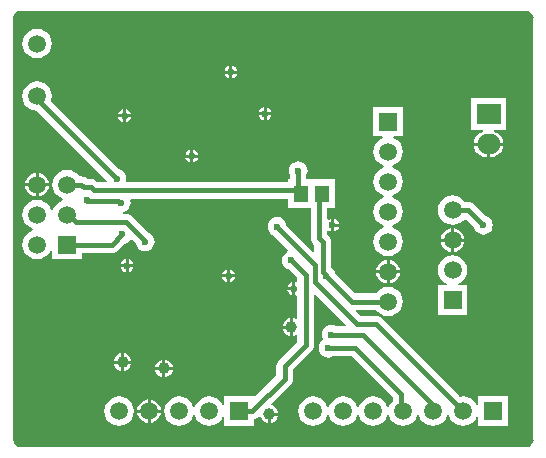
<source format=gbl>
G04*
G04 #@! TF.GenerationSoftware,Altium Limited,Altium Designer,21.0.9 (235)*
G04*
G04 Layer_Physical_Order=2*
G04 Layer_Color=16711680*
%FSLAX25Y25*%
%MOIN*%
G70*
G04*
G04 #@! TF.SameCoordinates,DB600209-2405-4227-A8B2-1458F7EF1284*
G04*
G04*
G04 #@! TF.FilePolarity,Positive*
G04*
G01*
G75*
%ADD13C,0.01575*%
%ADD23R,0.04724X0.05512*%
%ADD39C,0.02362*%
%ADD40C,0.05906*%
%ADD41R,0.05906X0.05906*%
%ADD42R,0.05906X0.05906*%
%ADD43O,0.07874X0.06693*%
%ADD44R,0.07874X0.06693*%
%ADD45C,0.02362*%
%ADD46C,0.03937*%
G36*
X690968Y249338D02*
X691789Y248789D01*
X692338Y247968D01*
X692507Y247118D01*
X692483Y247000D01*
Y106500D01*
X692507Y106382D01*
X692338Y105532D01*
X691789Y104711D01*
X690968Y104163D01*
X690118Y103993D01*
X690000Y104017D01*
X521500D01*
X521382Y103993D01*
X520532Y104163D01*
X519711Y104711D01*
X519163Y105532D01*
X518993Y106382D01*
X519017Y106500D01*
Y247000D01*
X518993Y247118D01*
X519163Y247968D01*
X519711Y248789D01*
X520532Y249338D01*
X521382Y249507D01*
X521500Y249483D01*
X690000D01*
X690118Y249507D01*
X690968Y249338D01*
D02*
G37*
%LPC*%
G36*
X527000Y243464D02*
X525715Y243295D01*
X524518Y242799D01*
X523490Y242010D01*
X522701Y240982D01*
X522205Y239785D01*
X522036Y238500D01*
X522205Y237215D01*
X522701Y236018D01*
X523490Y234990D01*
X524518Y234201D01*
X525715Y233705D01*
X527000Y233536D01*
X528285Y233705D01*
X529482Y234201D01*
X530510Y234990D01*
X531299Y236018D01*
X531795Y237215D01*
X531964Y238500D01*
X531795Y239785D01*
X531299Y240982D01*
X530510Y242010D01*
X529482Y242799D01*
X528285Y243295D01*
X527000Y243464D01*
D02*
G37*
G36*
X592110Y231124D02*
Y229500D01*
X593735D01*
X593665Y229851D01*
X593183Y230573D01*
X592461Y231055D01*
X592110Y231124D01*
D02*
G37*
G36*
X591110D02*
X590759Y231055D01*
X590038Y230573D01*
X589556Y229851D01*
X589486Y229500D01*
X591110D01*
Y231124D01*
D02*
G37*
G36*
X593735Y228500D02*
X592110D01*
Y226876D01*
X592461Y226945D01*
X593183Y227428D01*
X593665Y228149D01*
X593735Y228500D01*
D02*
G37*
G36*
X591110D02*
X589486D01*
X589556Y228149D01*
X590038Y227428D01*
X590759Y226945D01*
X591110Y226876D01*
Y228500D01*
D02*
G37*
G36*
X603500Y217223D02*
Y215598D01*
X605124D01*
X605055Y215950D01*
X604572Y216671D01*
X603851Y217153D01*
X603500Y217223D01*
D02*
G37*
G36*
X602500D02*
X602149Y217153D01*
X601428Y216671D01*
X600946Y215950D01*
X600876Y215598D01*
X602500D01*
Y217223D01*
D02*
G37*
G36*
X556669Y216624D02*
Y215000D01*
X558294D01*
X558224Y215351D01*
X557742Y216073D01*
X557020Y216555D01*
X556669Y216624D01*
D02*
G37*
G36*
X555669D02*
X555318Y216555D01*
X554597Y216073D01*
X554115Y215351D01*
X554045Y215000D01*
X555669D01*
Y216624D01*
D02*
G37*
G36*
X605124Y214598D02*
X603500D01*
Y212974D01*
X603851Y213044D01*
X604572Y213526D01*
X605055Y214247D01*
X605124Y214598D01*
D02*
G37*
G36*
X602500D02*
X600876D01*
X600946Y214247D01*
X601428Y213526D01*
X602149Y213044D01*
X602500Y212974D01*
Y214598D01*
D02*
G37*
G36*
X558294Y214000D02*
X556669D01*
Y212376D01*
X557020Y212445D01*
X557742Y212928D01*
X558224Y213649D01*
X558294Y214000D01*
D02*
G37*
G36*
X555669D02*
X554045D01*
X554115Y213649D01*
X554597Y212928D01*
X555318Y212445D01*
X555669Y212376D01*
Y214000D01*
D02*
G37*
G36*
X683405Y220315D02*
X671594D01*
Y209685D01*
X675556D01*
X675655Y209185D01*
X674718Y208797D01*
X673809Y208100D01*
X673113Y207192D01*
X672675Y206135D01*
X672591Y205500D01*
X682409D01*
X682325Y206135D01*
X681887Y207192D01*
X681190Y208100D01*
X680282Y208797D01*
X679345Y209185D01*
X679444Y209685D01*
X683405D01*
Y220315D01*
D02*
G37*
G36*
X579043Y203124D02*
Y201500D01*
X580668D01*
X580598Y201851D01*
X580116Y202572D01*
X579394Y203054D01*
X579043Y203124D01*
D02*
G37*
G36*
X578043D02*
X577692Y203054D01*
X576971Y202572D01*
X576489Y201851D01*
X576419Y201500D01*
X578043D01*
Y203124D01*
D02*
G37*
G36*
X682409Y204500D02*
X678000D01*
Y200616D01*
X678091D01*
X679225Y200765D01*
X680282Y201203D01*
X681190Y201900D01*
X681887Y202808D01*
X682325Y203865D01*
X682409Y204500D01*
D02*
G37*
G36*
X677000D02*
X672591D01*
X672675Y203865D01*
X673113Y202808D01*
X673809Y201900D01*
X674718Y201203D01*
X675775Y200765D01*
X676909Y200616D01*
X677000D01*
Y204500D01*
D02*
G37*
G36*
X580668Y200500D02*
X579043D01*
Y198876D01*
X579394Y198945D01*
X580116Y199427D01*
X580598Y200149D01*
X580668Y200500D01*
D02*
G37*
G36*
X578043D02*
X576419D01*
X576489Y200149D01*
X576971Y199427D01*
X577692Y198945D01*
X578043Y198876D01*
Y200500D01*
D02*
G37*
G36*
X527000Y225964D02*
X525715Y225795D01*
X524518Y225299D01*
X523490Y224510D01*
X522701Y223482D01*
X522205Y222285D01*
X522036Y221000D01*
X522205Y219715D01*
X522701Y218518D01*
X523490Y217490D01*
X524518Y216701D01*
X525715Y216205D01*
X527000Y216036D01*
X527103Y216050D01*
X531118Y212035D01*
X531118Y212034D01*
X550310Y192843D01*
X550103Y192343D01*
X547022D01*
X546789Y192576D01*
X546213Y193017D01*
X545543Y193295D01*
X544823Y193390D01*
X543840D01*
X543764Y193465D01*
X543189Y193907D01*
X542518Y194185D01*
X541799Y194280D01*
X541070D01*
X540510Y195010D01*
X539482Y195799D01*
X538285Y196295D01*
X537000Y196464D01*
X535715Y196295D01*
X534518Y195799D01*
X533490Y195010D01*
X532701Y193982D01*
X532205Y192785D01*
X532036Y191500D01*
X532205Y190215D01*
X532701Y189018D01*
X533490Y187990D01*
X534518Y187201D01*
X535592Y186757D01*
X535592Y186756D01*
Y186244D01*
X535592Y186243D01*
X534518Y185799D01*
X533490Y185010D01*
X532701Y183982D01*
X532257Y182908D01*
X532256Y182908D01*
X531744D01*
X531743Y182908D01*
X531299Y183982D01*
X530510Y185010D01*
X529482Y185799D01*
X528285Y186295D01*
X527000Y186464D01*
X525715Y186295D01*
X524518Y185799D01*
X523490Y185010D01*
X522701Y183982D01*
X522205Y182785D01*
X522036Y181500D01*
X522205Y180215D01*
X522701Y179018D01*
X523490Y177990D01*
X524518Y177201D01*
X525592Y176757D01*
X525592Y176756D01*
Y176244D01*
X525592Y176243D01*
X524518Y175799D01*
X523490Y175010D01*
X522701Y173982D01*
X522205Y172785D01*
X522036Y171500D01*
X522205Y170215D01*
X522701Y169018D01*
X523490Y167990D01*
X524518Y167201D01*
X525715Y166705D01*
X527000Y166536D01*
X528285Y166705D01*
X529482Y167201D01*
X530510Y167990D01*
X531299Y169018D01*
X531579Y169694D01*
X532079Y169595D01*
Y166579D01*
X541921D01*
Y168720D01*
X551959D01*
X552678Y168815D01*
X553349Y169093D01*
X553925Y169535D01*
X556220Y171830D01*
X556917Y172118D01*
X557575Y172623D01*
X557978Y173149D01*
X558557Y173278D01*
X559897Y171938D01*
X559932Y171678D01*
X560249Y170912D01*
X560754Y170254D01*
X561412Y169749D01*
X562178Y169431D01*
X563000Y169323D01*
X563822Y169431D01*
X564588Y169749D01*
X565246Y170254D01*
X565751Y170912D01*
X566069Y171678D01*
X566177Y172500D01*
X566069Y173322D01*
X565751Y174088D01*
X565246Y174746D01*
X564588Y175251D01*
X564345Y175352D01*
X558732Y180965D01*
X558156Y181407D01*
X557485Y181685D01*
X556766Y181780D01*
X555615D01*
X555582Y182280D01*
X555838Y182313D01*
X556604Y182631D01*
X557262Y183136D01*
X557767Y183793D01*
X558084Y184560D01*
X558192Y185382D01*
X558084Y186204D01*
X558016Y186368D01*
X558294Y186783D01*
X610583D01*
Y183776D01*
X618220D01*
Y173722D01*
X618315Y173002D01*
X618593Y172332D01*
X619034Y171756D01*
X619476Y171315D01*
Y169318D01*
X619014Y169127D01*
X610106Y178035D01*
X610069Y178322D01*
X609751Y179088D01*
X609246Y179746D01*
X608588Y180251D01*
X607822Y180569D01*
X607000Y180677D01*
X606178Y180569D01*
X605412Y180251D01*
X604754Y179746D01*
X604249Y179088D01*
X603932Y178322D01*
X603823Y177500D01*
X603932Y176678D01*
X604249Y175912D01*
X604754Y175254D01*
X605412Y174749D01*
X605614Y174665D01*
X610575Y169704D01*
X610458Y169114D01*
X610169Y168994D01*
X609511Y168489D01*
X609006Y167831D01*
X608688Y167065D01*
X608580Y166243D01*
X608688Y165421D01*
X609006Y164655D01*
X609511Y163997D01*
X610169Y163492D01*
X610866Y163203D01*
X613720Y160349D01*
Y159252D01*
X613220Y158940D01*
X613063Y158971D01*
Y156846D01*
Y154722D01*
X613220Y154753D01*
X613720Y154441D01*
Y146814D01*
X613599Y146754D01*
X613220Y146615D01*
X612550Y146892D01*
X612276Y146928D01*
Y144000D01*
Y141072D01*
X612550Y141108D01*
X613220Y141385D01*
X613599Y141246D01*
X613720Y141186D01*
Y139145D01*
X607633Y133058D01*
X607191Y132482D01*
X606914Y131812D01*
X606819Y131092D01*
Y127947D01*
X599635Y120763D01*
X599252Y120921D01*
Y120921D01*
X589409D01*
Y117905D01*
X588909Y117806D01*
X588629Y118482D01*
X587841Y119510D01*
X586813Y120299D01*
X585615Y120795D01*
X584331Y120964D01*
X583046Y120795D01*
X581849Y120299D01*
X580821Y119510D01*
X580032Y118482D01*
X579587Y117408D01*
X579587Y117408D01*
X579075D01*
X579074Y117408D01*
X578629Y118482D01*
X577841Y119510D01*
X576813Y120299D01*
X575615Y120795D01*
X574331Y120964D01*
X573046Y120795D01*
X571849Y120299D01*
X570821Y119510D01*
X570032Y118482D01*
X569536Y117285D01*
X569367Y116000D01*
X569536Y114715D01*
X570032Y113518D01*
X570821Y112490D01*
X571849Y111701D01*
X573046Y111205D01*
X574331Y111036D01*
X575615Y111205D01*
X576813Y111701D01*
X577841Y112490D01*
X578629Y113518D01*
X579074Y114592D01*
X579075Y114592D01*
X579587D01*
X579587Y114592D01*
X580032Y113518D01*
X580821Y112490D01*
X581849Y111701D01*
X583046Y111205D01*
X584331Y111036D01*
X585615Y111205D01*
X586813Y111701D01*
X587841Y112490D01*
X588629Y113518D01*
X588909Y114194D01*
X589409Y114095D01*
Y111079D01*
X599252D01*
Y113279D01*
X599522Y113315D01*
X600193Y113593D01*
X600769Y114034D01*
X601120Y114385D01*
X601247Y114342D01*
X601614Y114173D01*
X601891Y113503D01*
X602367Y112883D01*
X602987Y112407D01*
X603709Y112108D01*
X603984Y112072D01*
Y115000D01*
X604484D01*
Y115500D01*
X607413D01*
X607376Y115775D01*
X607077Y116497D01*
X606601Y117117D01*
X605981Y117593D01*
X605311Y117870D01*
X605142Y118237D01*
X605099Y118365D01*
X611564Y124830D01*
X612006Y125406D01*
X612283Y126076D01*
X612378Y126795D01*
Y129941D01*
X618466Y136028D01*
X618907Y136604D01*
X619185Y137274D01*
X619280Y137994D01*
Y154636D01*
X619742Y154827D01*
X629827Y144742D01*
X629636Y144280D01*
X626520D01*
X625822Y144569D01*
X625000Y144677D01*
X624178Y144569D01*
X623412Y144251D01*
X622754Y143746D01*
X622249Y143088D01*
X621932Y142322D01*
X621823Y141500D01*
X621932Y140678D01*
X622249Y139912D01*
X622387Y139732D01*
X621754Y139246D01*
X621249Y138588D01*
X620931Y137822D01*
X620823Y137000D01*
X620931Y136178D01*
X621249Y135412D01*
X621754Y134754D01*
X622412Y134249D01*
X623178Y133932D01*
X624000Y133823D01*
X624822Y133932D01*
X625520Y134220D01*
X631849D01*
X645692Y120377D01*
Y119665D01*
X645490Y119510D01*
X644701Y118482D01*
X644257Y117408D01*
X644256Y117408D01*
X643744D01*
X643743Y117408D01*
X643299Y118482D01*
X642510Y119510D01*
X641482Y120299D01*
X640285Y120795D01*
X639000Y120964D01*
X637715Y120795D01*
X636518Y120299D01*
X635490Y119510D01*
X634701Y118482D01*
X634257Y117408D01*
X634256Y117408D01*
X633744D01*
X633743Y117408D01*
X633299Y118482D01*
X632510Y119510D01*
X631482Y120299D01*
X630285Y120795D01*
X629000Y120964D01*
X627715Y120795D01*
X626518Y120299D01*
X625490Y119510D01*
X624701Y118482D01*
X624257Y117408D01*
X624256Y117408D01*
X623744D01*
X623743Y117408D01*
X623299Y118482D01*
X622510Y119510D01*
X621482Y120299D01*
X620285Y120795D01*
X619000Y120964D01*
X617715Y120795D01*
X616518Y120299D01*
X615490Y119510D01*
X614701Y118482D01*
X614205Y117285D01*
X614036Y116000D01*
X614205Y114715D01*
X614701Y113518D01*
X615490Y112490D01*
X616518Y111701D01*
X617715Y111205D01*
X619000Y111036D01*
X620285Y111205D01*
X621482Y111701D01*
X622510Y112490D01*
X623299Y113518D01*
X623743Y114592D01*
X623744Y114592D01*
X624256D01*
X624257Y114592D01*
X624701Y113518D01*
X625490Y112490D01*
X626518Y111701D01*
X627715Y111205D01*
X629000Y111036D01*
X630285Y111205D01*
X631482Y111701D01*
X632510Y112490D01*
X633299Y113518D01*
X633743Y114592D01*
X633744Y114592D01*
X634256D01*
X634257Y114592D01*
X634701Y113518D01*
X635490Y112490D01*
X636518Y111701D01*
X637715Y111205D01*
X639000Y111036D01*
X640285Y111205D01*
X641482Y111701D01*
X642510Y112490D01*
X643299Y113518D01*
X643743Y114592D01*
X643744Y114592D01*
X644256D01*
X644257Y114592D01*
X644701Y113518D01*
X645490Y112490D01*
X646518Y111701D01*
X647715Y111205D01*
X649000Y111036D01*
X650285Y111205D01*
X651482Y111701D01*
X652510Y112490D01*
X653299Y113518D01*
X653743Y114592D01*
X653744Y114592D01*
X654256D01*
X654257Y114592D01*
X654701Y113518D01*
X655490Y112490D01*
X656518Y111701D01*
X657715Y111205D01*
X659000Y111036D01*
X660285Y111205D01*
X661482Y111701D01*
X662510Y112490D01*
X663299Y113518D01*
X663743Y114592D01*
X663744Y114592D01*
X664256D01*
X664257Y114592D01*
X664701Y113518D01*
X665490Y112490D01*
X666518Y111701D01*
X667715Y111205D01*
X669000Y111036D01*
X670285Y111205D01*
X671482Y111701D01*
X672510Y112490D01*
X673299Y113518D01*
X673579Y114194D01*
X674079Y114095D01*
Y111079D01*
X683921D01*
Y120921D01*
X674079D01*
Y117905D01*
X673579Y117806D01*
X673299Y118482D01*
X672510Y119510D01*
X671482Y120299D01*
X670285Y120795D01*
X669000Y120964D01*
X668087Y120844D01*
X641965Y146966D01*
X641390Y147407D01*
X640719Y147685D01*
X640000Y147780D01*
X634651D01*
X633173Y149258D01*
X633364Y149720D01*
X639930D01*
X640490Y148990D01*
X641518Y148201D01*
X642715Y147705D01*
X644000Y147536D01*
X645285Y147705D01*
X646482Y148201D01*
X647510Y148990D01*
X648299Y150018D01*
X648795Y151215D01*
X648964Y152500D01*
X648795Y153785D01*
X648299Y154982D01*
X647510Y156010D01*
X646482Y156799D01*
X645285Y157295D01*
X644000Y157464D01*
X642715Y157295D01*
X641518Y156799D01*
X640490Y156010D01*
X639930Y155280D01*
X633151D01*
X626477Y161954D01*
X626188Y162651D01*
X625683Y163309D01*
X625036Y163806D01*
Y172466D01*
X624941Y173185D01*
X624663Y173856D01*
X624221Y174431D01*
X623780Y174873D01*
Y175883D01*
X624280Y176150D01*
X624586Y175945D01*
X624937Y175876D01*
Y178000D01*
Y180124D01*
X624586Y180054D01*
X624280Y179850D01*
X623780Y180117D01*
Y183776D01*
X626331D01*
Y193224D01*
X616780D01*
Y194579D01*
X617068Y195276D01*
X617177Y196098D01*
X617068Y196921D01*
X616751Y197687D01*
X616246Y198345D01*
X615588Y198850D01*
X614822Y199167D01*
X614000Y199275D01*
X613178Y199167D01*
X612412Y198850D01*
X611754Y198345D01*
X611249Y197687D01*
X610931Y196921D01*
X610823Y196098D01*
X610931Y195276D01*
X611220Y194579D01*
Y193224D01*
X610583D01*
Y192343D01*
X556992D01*
X556674Y192843D01*
X556761Y193500D01*
X556652Y194322D01*
X556335Y195088D01*
X555830Y195746D01*
X555172Y196251D01*
X554475Y196540D01*
X535049Y215966D01*
X535049Y215966D01*
X531650Y219365D01*
X531795Y219715D01*
X531964Y221000D01*
X531795Y222285D01*
X531299Y223482D01*
X530510Y224510D01*
X529482Y225299D01*
X528285Y225795D01*
X527000Y225964D01*
D02*
G37*
G36*
X527500Y195421D02*
Y192000D01*
X530921D01*
X530851Y192532D01*
X530453Y193493D01*
X529819Y194319D01*
X528993Y194953D01*
X528032Y195351D01*
X527500Y195421D01*
D02*
G37*
G36*
X526500D02*
X525968Y195351D01*
X525007Y194953D01*
X524181Y194319D01*
X523547Y193493D01*
X523149Y192532D01*
X523079Y192000D01*
X526500D01*
Y195421D01*
D02*
G37*
G36*
X530921Y191000D02*
X527500D01*
Y187579D01*
X528032Y187649D01*
X528993Y188047D01*
X529819Y188681D01*
X530453Y189507D01*
X530851Y190468D01*
X530921Y191000D01*
D02*
G37*
G36*
X526500D02*
X523079D01*
X523149Y190468D01*
X523547Y189507D01*
X524181Y188681D01*
X525007Y188047D01*
X525968Y187649D01*
X526500Y187579D01*
Y191000D01*
D02*
G37*
G36*
X625937Y180124D02*
Y178500D01*
X627561D01*
X627492Y178851D01*
X627009Y179572D01*
X626288Y180054D01*
X625937Y180124D01*
D02*
G37*
G36*
X627561Y177500D02*
X625937D01*
Y175876D01*
X626288Y175945D01*
X627009Y176427D01*
X627492Y177149D01*
X627561Y177500D01*
D02*
G37*
G36*
X665500Y187964D02*
X664215Y187795D01*
X663018Y187299D01*
X661990Y186510D01*
X661201Y185482D01*
X660705Y184285D01*
X660536Y183000D01*
X660705Y181715D01*
X661201Y180518D01*
X661990Y179490D01*
X663018Y178701D01*
X664215Y178205D01*
X665500Y178036D01*
X666785Y178205D01*
X667982Y178701D01*
X669010Y179490D01*
X669276Y179836D01*
X669939Y179880D01*
X672710Y177109D01*
X672999Y176412D01*
X673504Y175754D01*
X674162Y175249D01*
X674928Y174932D01*
X675750Y174823D01*
X676572Y174932D01*
X677338Y175249D01*
X677996Y175754D01*
X678501Y176412D01*
X678819Y177178D01*
X678927Y178000D01*
X678819Y178822D01*
X678501Y179588D01*
X677996Y180246D01*
X677338Y180751D01*
X676641Y181040D01*
X672716Y184966D01*
X672140Y185407D01*
X671469Y185685D01*
X670750Y185780D01*
X669570D01*
X669010Y186510D01*
X667982Y187299D01*
X666785Y187795D01*
X665500Y187964D01*
D02*
G37*
G36*
X666000Y176921D02*
Y173500D01*
X669421D01*
X669351Y174032D01*
X668953Y174993D01*
X668319Y175819D01*
X667493Y176453D01*
X666532Y176851D01*
X666000Y176921D01*
D02*
G37*
G36*
X665000D02*
X664468Y176851D01*
X663507Y176453D01*
X662681Y175819D01*
X662047Y174993D01*
X661649Y174032D01*
X661579Y173500D01*
X665000D01*
Y176921D01*
D02*
G37*
G36*
X669421Y172500D02*
X666000D01*
Y169079D01*
X666532Y169149D01*
X667493Y169547D01*
X668319Y170181D01*
X668953Y171007D01*
X669351Y171968D01*
X669421Y172500D01*
D02*
G37*
G36*
X665000D02*
X661579D01*
X661649Y171968D01*
X662047Y171007D01*
X662681Y170181D01*
X663507Y169547D01*
X664468Y169149D01*
X665000Y169079D01*
Y172500D01*
D02*
G37*
G36*
X648921Y217421D02*
X639079D01*
Y207579D01*
X642095D01*
X642194Y207079D01*
X641518Y206799D01*
X640490Y206010D01*
X639701Y204982D01*
X639205Y203785D01*
X639036Y202500D01*
X639205Y201215D01*
X639701Y200018D01*
X640490Y198990D01*
X641518Y198201D01*
X642592Y197757D01*
X642592Y197756D01*
Y197244D01*
X642592Y197243D01*
X641518Y196799D01*
X640490Y196010D01*
X639701Y194982D01*
X639205Y193785D01*
X639036Y192500D01*
X639205Y191215D01*
X639701Y190018D01*
X640490Y188990D01*
X641518Y188201D01*
X642592Y187757D01*
X642592Y187756D01*
Y187244D01*
X642592Y187243D01*
X641518Y186799D01*
X640490Y186010D01*
X639701Y184982D01*
X639205Y183785D01*
X639036Y182500D01*
X639205Y181215D01*
X639701Y180018D01*
X640490Y178990D01*
X641518Y178201D01*
X642592Y177757D01*
X642592Y177756D01*
Y177244D01*
X642592Y177243D01*
X641518Y176799D01*
X640490Y176010D01*
X639701Y174982D01*
X639205Y173785D01*
X639036Y172500D01*
X639205Y171215D01*
X639701Y170018D01*
X640490Y168990D01*
X641518Y168201D01*
X642715Y167705D01*
X644000Y167536D01*
X645285Y167705D01*
X646482Y168201D01*
X647510Y168990D01*
X648299Y170018D01*
X648795Y171215D01*
X648964Y172500D01*
X648795Y173785D01*
X648299Y174982D01*
X647510Y176010D01*
X646482Y176799D01*
X645408Y177243D01*
X645408Y177244D01*
Y177756D01*
X645408Y177757D01*
X646482Y178201D01*
X647510Y178990D01*
X648299Y180018D01*
X648795Y181215D01*
X648964Y182500D01*
X648795Y183785D01*
X648299Y184982D01*
X647510Y186010D01*
X646482Y186799D01*
X645408Y187243D01*
X645408Y187244D01*
Y187756D01*
X645408Y187757D01*
X646482Y188201D01*
X647510Y188990D01*
X648299Y190018D01*
X648795Y191215D01*
X648964Y192500D01*
X648795Y193785D01*
X648299Y194982D01*
X647510Y196010D01*
X646482Y196799D01*
X645408Y197243D01*
X645408Y197244D01*
Y197756D01*
X645408Y197757D01*
X646482Y198201D01*
X647510Y198990D01*
X648299Y200018D01*
X648795Y201215D01*
X648964Y202500D01*
X648795Y203785D01*
X648299Y204982D01*
X647510Y206010D01*
X646482Y206799D01*
X645806Y207079D01*
X645905Y207579D01*
X648921D01*
Y217421D01*
D02*
G37*
G36*
X557500Y166624D02*
Y165000D01*
X559124D01*
X559055Y165351D01*
X558572Y166072D01*
X557851Y166555D01*
X557500Y166624D01*
D02*
G37*
G36*
X556500D02*
X556149Y166555D01*
X555428Y166072D01*
X554946Y165351D01*
X554876Y165000D01*
X556500D01*
Y166624D01*
D02*
G37*
G36*
X644500Y166421D02*
Y163000D01*
X647921D01*
X647851Y163532D01*
X647453Y164493D01*
X646819Y165319D01*
X645993Y165953D01*
X645032Y166351D01*
X644500Y166421D01*
D02*
G37*
G36*
X643500D02*
X642968Y166351D01*
X642007Y165953D01*
X641181Y165319D01*
X640547Y164493D01*
X640149Y163532D01*
X640079Y163000D01*
X643500D01*
Y166421D01*
D02*
G37*
G36*
X559124Y164000D02*
X557500D01*
Y162376D01*
X557851Y162445D01*
X558572Y162928D01*
X559055Y163649D01*
X559124Y164000D01*
D02*
G37*
G36*
X556500D02*
X554876D01*
X554946Y163649D01*
X555428Y162928D01*
X556149Y162445D01*
X556500Y162376D01*
Y164000D01*
D02*
G37*
G36*
X591353Y163206D02*
Y161582D01*
X592978D01*
X592908Y161933D01*
X592426Y162654D01*
X591704Y163136D01*
X591353Y163206D01*
D02*
G37*
G36*
X590353D02*
X590002Y163136D01*
X589281Y162654D01*
X588799Y161933D01*
X588729Y161582D01*
X590353D01*
Y163206D01*
D02*
G37*
G36*
X592978Y160582D02*
X591353D01*
Y158957D01*
X591704Y159027D01*
X592426Y159509D01*
X592908Y160231D01*
X592978Y160582D01*
D02*
G37*
G36*
X590353D02*
X588729D01*
X588799Y160231D01*
X589281Y159509D01*
X590002Y159027D01*
X590353Y158957D01*
Y160582D01*
D02*
G37*
G36*
X647921Y162000D02*
X644500D01*
Y158579D01*
X645032Y158649D01*
X645993Y159047D01*
X646819Y159681D01*
X647453Y160507D01*
X647851Y161468D01*
X647921Y162000D01*
D02*
G37*
G36*
X643500D02*
X640079D01*
X640149Y161468D01*
X640547Y160507D01*
X641181Y159681D01*
X642007Y159047D01*
X642968Y158649D01*
X643500Y158579D01*
Y162000D01*
D02*
G37*
G36*
X612063Y158971D02*
X611712Y158901D01*
X610990Y158419D01*
X610508Y157697D01*
X610439Y157346D01*
X612063D01*
Y158971D01*
D02*
G37*
G36*
Y156346D02*
X610439D01*
X610508Y155995D01*
X610990Y155274D01*
X611712Y154792D01*
X612063Y154722D01*
Y156346D01*
D02*
G37*
G36*
X665500Y167964D02*
X664215Y167795D01*
X663018Y167299D01*
X661990Y166510D01*
X661201Y165482D01*
X660705Y164285D01*
X660536Y163000D01*
X660705Y161715D01*
X661201Y160518D01*
X661990Y159490D01*
X663018Y158701D01*
X663694Y158421D01*
X663595Y157921D01*
X660579D01*
Y148079D01*
X670421D01*
Y157921D01*
X667405D01*
X667306Y158421D01*
X667982Y158701D01*
X669010Y159490D01*
X669799Y160518D01*
X670295Y161715D01*
X670464Y163000D01*
X670295Y164285D01*
X669799Y165482D01*
X669010Y166510D01*
X667982Y167299D01*
X666785Y167795D01*
X665500Y167964D01*
D02*
G37*
G36*
X611276Y146928D02*
X611001Y146892D01*
X610279Y146593D01*
X609658Y146117D01*
X609183Y145497D01*
X608883Y144775D01*
X608847Y144500D01*
X611276D01*
Y146928D01*
D02*
G37*
G36*
Y143500D02*
X608847D01*
X608883Y143225D01*
X609183Y142503D01*
X609658Y141883D01*
X610279Y141407D01*
X611001Y141108D01*
X611276Y141072D01*
Y143500D01*
D02*
G37*
G36*
X556000Y135261D02*
Y132832D01*
X558428D01*
X558392Y133107D01*
X558093Y133829D01*
X557617Y134450D01*
X556997Y134925D01*
X556275Y135224D01*
X556000Y135261D01*
D02*
G37*
G36*
X555000D02*
X554725Y135224D01*
X554003Y134925D01*
X553383Y134450D01*
X552907Y133829D01*
X552608Y133107D01*
X552572Y132832D01*
X555000D01*
Y135261D01*
D02*
G37*
G36*
X569810Y133118D02*
Y130690D01*
X572238D01*
X572202Y130965D01*
X571903Y131687D01*
X571427Y132307D01*
X570807Y132783D01*
X570085Y133082D01*
X569810Y133118D01*
D02*
G37*
G36*
X568810D02*
X568535Y133082D01*
X567813Y132783D01*
X567193Y132307D01*
X566717Y131687D01*
X566418Y130965D01*
X566382Y130690D01*
X568810D01*
Y133118D01*
D02*
G37*
G36*
X558428Y131832D02*
X556000D01*
Y129404D01*
X556275Y129440D01*
X556997Y129739D01*
X557617Y130215D01*
X558093Y130835D01*
X558392Y131557D01*
X558428Y131832D01*
D02*
G37*
G36*
X555000D02*
X552572D01*
X552608Y131557D01*
X552907Y130835D01*
X553383Y130215D01*
X554003Y129739D01*
X554725Y129440D01*
X555000Y129404D01*
Y131832D01*
D02*
G37*
G36*
X572238Y129690D02*
X569810D01*
Y127262D01*
X570085Y127298D01*
X570807Y127597D01*
X571427Y128073D01*
X571903Y128693D01*
X572202Y129415D01*
X572238Y129690D01*
D02*
G37*
G36*
X568810D02*
X566382D01*
X566418Y129415D01*
X566717Y128693D01*
X567193Y128073D01*
X567813Y127597D01*
X568535Y127298D01*
X568810Y127262D01*
Y129690D01*
D02*
G37*
G36*
X564831Y119921D02*
Y116500D01*
X568252D01*
X568182Y117032D01*
X567783Y117993D01*
X567150Y118819D01*
X566324Y119453D01*
X565363Y119851D01*
X564831Y119921D01*
D02*
G37*
G36*
X563831D02*
X563299Y119851D01*
X562337Y119453D01*
X561512Y118819D01*
X560878Y117993D01*
X560480Y117032D01*
X560410Y116500D01*
X563831D01*
Y119921D01*
D02*
G37*
G36*
X568252Y115500D02*
X564831D01*
Y112079D01*
X565363Y112149D01*
X566324Y112547D01*
X567150Y113181D01*
X567783Y114007D01*
X568182Y114968D01*
X568252Y115500D01*
D02*
G37*
G36*
X563831D02*
X560410D01*
X560480Y114968D01*
X560878Y114007D01*
X561512Y113181D01*
X562337Y112547D01*
X563299Y112149D01*
X563831Y112079D01*
Y115500D01*
D02*
G37*
G36*
X607413Y114500D02*
X604984D01*
Y112072D01*
X605259Y112108D01*
X605981Y112407D01*
X606601Y112883D01*
X607077Y113503D01*
X607376Y114225D01*
X607413Y114500D01*
D02*
G37*
G36*
X554331Y120964D02*
X553046Y120795D01*
X551849Y120299D01*
X550821Y119510D01*
X550032Y118482D01*
X549536Y117285D01*
X549367Y116000D01*
X549536Y114715D01*
X550032Y113518D01*
X550821Y112490D01*
X551849Y111701D01*
X553046Y111205D01*
X554331Y111036D01*
X555615Y111205D01*
X556813Y111701D01*
X557841Y112490D01*
X558629Y113518D01*
X559125Y114715D01*
X559294Y116000D01*
X559125Y117285D01*
X558629Y118482D01*
X557841Y119510D01*
X556813Y120299D01*
X555615Y120795D01*
X554331Y120964D01*
D02*
G37*
%LPD*%
D13*
X614000Y189413D02*
Y196098D01*
X607000Y177210D02*
Y177500D01*
X621000Y173722D02*
Y185943D01*
Y173722D02*
X622256Y172466D01*
X607000Y177210D02*
X619500Y164710D01*
X614000Y189413D02*
X614913Y188500D01*
X545870Y189563D02*
X613850D01*
X544823Y190610D02*
X545870Y189563D01*
X554803Y185382D02*
X555016D01*
X554015Y186169D02*
X554803Y185382D01*
X533084Y214000D02*
X533084D01*
X527102Y219982D02*
X533084Y214000D01*
X611757Y166243D02*
X616500Y161500D01*
X543570Y186295D02*
X543696Y186169D01*
X554015D01*
X542689Y190610D02*
X544823D01*
X541799Y191500D02*
X542689Y190610D01*
X537000Y191500D02*
X541799D01*
X670750Y183000D02*
X675750Y178000D01*
X664698Y183000D02*
X670750D01*
X623437Y161063D02*
Y161198D01*
X622256Y162379D02*
X623437Y161198D01*
X622256Y162379D02*
Y172466D01*
X619500Y159000D02*
X633500Y145000D01*
X619500Y159000D02*
Y164710D01*
X632000Y152500D02*
X644000D01*
X623437Y161063D02*
X632000Y152500D01*
X533084Y214000D02*
X553584Y193500D01*
X556766Y179000D02*
X563000Y172766D01*
X537000Y181500D02*
X537588D01*
X540088Y179000D01*
X556766D01*
X551959Y171500D02*
X555329Y174870D01*
X537000Y171500D02*
X551959D01*
X598803Y116000D02*
X609598Y126795D01*
X616500Y137994D02*
Y161500D01*
X609598Y126795D02*
Y131092D01*
X616500Y137994D01*
X594331Y116000D02*
X598803D01*
X635500Y141500D02*
X658171Y118829D01*
X625000Y141500D02*
X635500D01*
X624000Y137000D02*
X633000D01*
X648472Y121528D01*
X633500Y145000D02*
X640000D01*
X669000Y116000D01*
X658171Y116829D02*
X659000Y116000D01*
X658171Y116829D02*
Y118829D01*
X648472Y116528D02*
X649000Y116000D01*
X648472Y116528D02*
Y121528D01*
X563000Y172500D02*
Y172766D01*
X554953Y174870D02*
X555329D01*
D23*
X622000Y188500D02*
D03*
X614913D02*
D03*
D39*
X644000Y212500D02*
X645500Y214000D01*
D40*
X527000Y221000D02*
D03*
Y171500D02*
D03*
X537000Y181500D02*
D03*
X527000D02*
D03*
X537000Y191500D02*
D03*
X527000D02*
D03*
Y238500D02*
D03*
X619000Y116000D02*
D03*
X629000D02*
D03*
X639000D02*
D03*
X649000D02*
D03*
X669000D02*
D03*
X659000D02*
D03*
X584331D02*
D03*
X574331D02*
D03*
X564331D02*
D03*
X554331D02*
D03*
X665500Y183000D02*
D03*
Y173000D02*
D03*
Y163000D02*
D03*
X644000Y192500D02*
D03*
Y202500D02*
D03*
Y182500D02*
D03*
Y172500D02*
D03*
Y162500D02*
D03*
Y152500D02*
D03*
D41*
X537000Y171500D02*
D03*
X665500Y153000D02*
D03*
X644000Y212500D02*
D03*
D42*
X679000Y116000D02*
D03*
X594331D02*
D03*
D43*
X677500Y205000D02*
D03*
D44*
Y215000D02*
D03*
D45*
X590853Y161082D02*
D03*
X563000Y172500D02*
D03*
X624000Y137000D02*
D03*
X607000Y177500D02*
D03*
X578543Y201000D02*
D03*
X553584Y193500D02*
D03*
X625000Y141500D02*
D03*
X555016Y185382D02*
D03*
X555329Y174870D02*
D03*
X614000Y196098D02*
D03*
X625437Y178000D02*
D03*
X603000Y215098D02*
D03*
X591610Y229000D02*
D03*
X611757Y166243D02*
D03*
X543570Y186295D02*
D03*
X675750Y178000D02*
D03*
X612563Y156846D02*
D03*
X623437Y161063D02*
D03*
X557000Y164500D02*
D03*
X556169Y214500D02*
D03*
D46*
X555500Y132332D02*
D03*
X611776Y144000D02*
D03*
X604484Y115000D02*
D03*
X569310Y130190D02*
D03*
M02*

</source>
